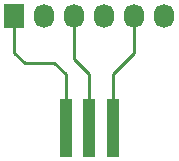
<source format=gbr>
G04 #@! TF.FileFunction,Copper,L2,Bot,Signal*
%FSLAX46Y46*%
G04 Gerber Fmt 4.6, Leading zero omitted, Abs format (unit mm)*
G04 Created by KiCad (PCBNEW 4.0.2-stable) date 21/05/2016 17:12:47*
%MOMM*%
G01*
G04 APERTURE LIST*
%ADD10C,0.100000*%
%ADD11R,1.000000X5.000000*%
%ADD12R,1.727200X2.032000*%
%ADD13O,1.727200X2.032000*%
%ADD14C,0.250000*%
G04 APERTURE END LIST*
D10*
D11*
X25250000Y-28250000D03*
X23250000Y-28250000D03*
X21250000Y-28250000D03*
D12*
X16900000Y-18800000D03*
D13*
X19440000Y-18800000D03*
X21980000Y-18800000D03*
X24520000Y-18800000D03*
X27060000Y-18800000D03*
X29600000Y-18800000D03*
D14*
X27060000Y-18800000D02*
X27060000Y-21940000D01*
X25250000Y-23750000D02*
X25250000Y-28250000D01*
X27060000Y-21940000D02*
X25250000Y-23750000D01*
X21980000Y-18800000D02*
X21980000Y-22480000D01*
X23250000Y-23750000D02*
X23250000Y-28250000D01*
X21980000Y-22480000D02*
X23250000Y-23750000D01*
X16900000Y-18800000D02*
X16900000Y-21900000D01*
X21250000Y-23750000D02*
X21250000Y-28250000D01*
X20250000Y-22750000D02*
X21250000Y-23750000D01*
X17750000Y-22750000D02*
X20250000Y-22750000D01*
X16900000Y-21900000D02*
X17750000Y-22750000D01*
M02*

</source>
